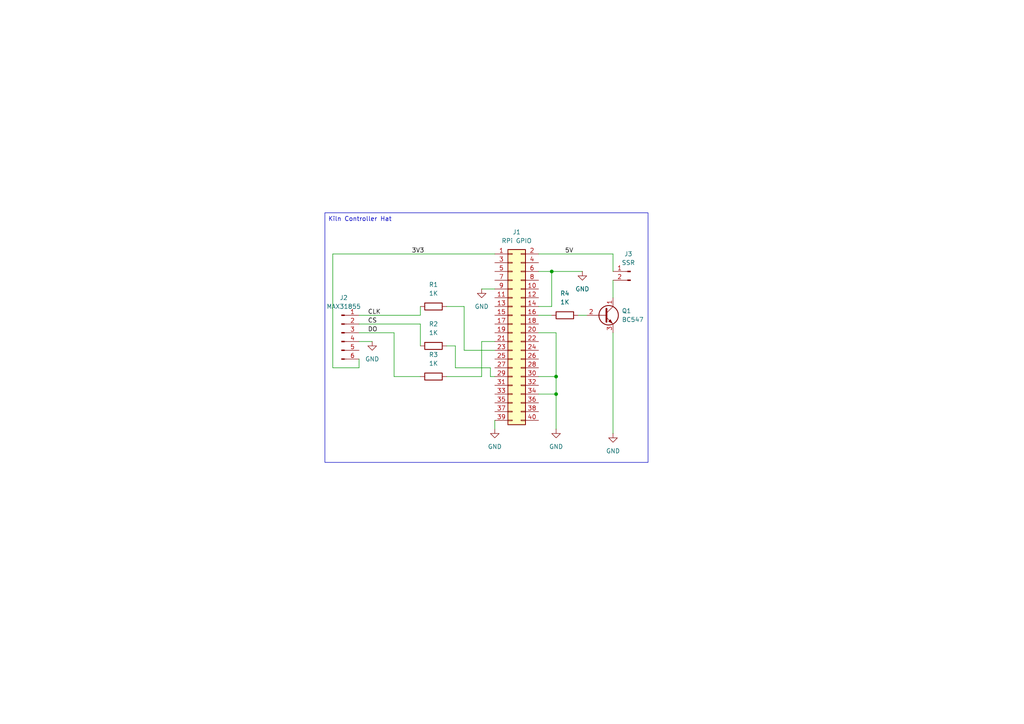
<source format=kicad_sch>
(kicad_sch
	(version 20250114)
	(generator "eeschema")
	(generator_version "9.0")
	(uuid "d0316038-6c99-497b-9207-bde8ab523578")
	(paper "A4")
	(title_block
		(title "Kiln Hat")
		(date "2025-11-22")
		(rev "1")
		(company "Jesse Calvert")
		(comment 1 "Hardware SPI")
	)
	(lib_symbols
		(symbol "Connector:Conn_01x02_Pin"
			(pin_names
				(offset 1.016)
				(hide yes)
			)
			(exclude_from_sim no)
			(in_bom yes)
			(on_board yes)
			(property "Reference" "J"
				(at 0 2.54 0)
				(effects
					(font
						(size 1.27 1.27)
					)
				)
			)
			(property "Value" "Conn_01x02_Pin"
				(at 0 -5.08 0)
				(effects
					(font
						(size 1.27 1.27)
					)
				)
			)
			(property "Footprint" ""
				(at 0 0 0)
				(effects
					(font
						(size 1.27 1.27)
					)
					(hide yes)
				)
			)
			(property "Datasheet" "~"
				(at 0 0 0)
				(effects
					(font
						(size 1.27 1.27)
					)
					(hide yes)
				)
			)
			(property "Description" "Generic connector, single row, 01x02, script generated"
				(at 0 0 0)
				(effects
					(font
						(size 1.27 1.27)
					)
					(hide yes)
				)
			)
			(property "ki_locked" ""
				(at 0 0 0)
				(effects
					(font
						(size 1.27 1.27)
					)
				)
			)
			(property "ki_keywords" "connector"
				(at 0 0 0)
				(effects
					(font
						(size 1.27 1.27)
					)
					(hide yes)
				)
			)
			(property "ki_fp_filters" "Connector*:*_1x??_*"
				(at 0 0 0)
				(effects
					(font
						(size 1.27 1.27)
					)
					(hide yes)
				)
			)
			(symbol "Conn_01x02_Pin_1_1"
				(rectangle
					(start 0.8636 0.127)
					(end 0 -0.127)
					(stroke
						(width 0.1524)
						(type default)
					)
					(fill
						(type outline)
					)
				)
				(rectangle
					(start 0.8636 -2.413)
					(end 0 -2.667)
					(stroke
						(width 0.1524)
						(type default)
					)
					(fill
						(type outline)
					)
				)
				(polyline
					(pts
						(xy 1.27 0) (xy 0.8636 0)
					)
					(stroke
						(width 0.1524)
						(type default)
					)
					(fill
						(type none)
					)
				)
				(polyline
					(pts
						(xy 1.27 -2.54) (xy 0.8636 -2.54)
					)
					(stroke
						(width 0.1524)
						(type default)
					)
					(fill
						(type none)
					)
				)
				(pin passive line
					(at 5.08 0 180)
					(length 3.81)
					(name "Pin_1"
						(effects
							(font
								(size 1.27 1.27)
							)
						)
					)
					(number "1"
						(effects
							(font
								(size 1.27 1.27)
							)
						)
					)
				)
				(pin passive line
					(at 5.08 -2.54 180)
					(length 3.81)
					(name "Pin_2"
						(effects
							(font
								(size 1.27 1.27)
							)
						)
					)
					(number "2"
						(effects
							(font
								(size 1.27 1.27)
							)
						)
					)
				)
			)
			(embedded_fonts no)
		)
		(symbol "Connector:Conn_01x06_Pin"
			(pin_names
				(offset 1.016)
				(hide yes)
			)
			(exclude_from_sim no)
			(in_bom yes)
			(on_board yes)
			(property "Reference" "J"
				(at 0 7.62 0)
				(effects
					(font
						(size 1.27 1.27)
					)
				)
			)
			(property "Value" "Conn_01x06_Pin"
				(at 0 -10.16 0)
				(effects
					(font
						(size 1.27 1.27)
					)
				)
			)
			(property "Footprint" ""
				(at 0 0 0)
				(effects
					(font
						(size 1.27 1.27)
					)
					(hide yes)
				)
			)
			(property "Datasheet" "~"
				(at 0 0 0)
				(effects
					(font
						(size 1.27 1.27)
					)
					(hide yes)
				)
			)
			(property "Description" "Generic connector, single row, 01x06, script generated"
				(at 0 0 0)
				(effects
					(font
						(size 1.27 1.27)
					)
					(hide yes)
				)
			)
			(property "ki_locked" ""
				(at 0 0 0)
				(effects
					(font
						(size 1.27 1.27)
					)
				)
			)
			(property "ki_keywords" "connector"
				(at 0 0 0)
				(effects
					(font
						(size 1.27 1.27)
					)
					(hide yes)
				)
			)
			(property "ki_fp_filters" "Connector*:*_1x??_*"
				(at 0 0 0)
				(effects
					(font
						(size 1.27 1.27)
					)
					(hide yes)
				)
			)
			(symbol "Conn_01x06_Pin_1_1"
				(rectangle
					(start 0.8636 5.207)
					(end 0 4.953)
					(stroke
						(width 0.1524)
						(type default)
					)
					(fill
						(type outline)
					)
				)
				(rectangle
					(start 0.8636 2.667)
					(end 0 2.413)
					(stroke
						(width 0.1524)
						(type default)
					)
					(fill
						(type outline)
					)
				)
				(rectangle
					(start 0.8636 0.127)
					(end 0 -0.127)
					(stroke
						(width 0.1524)
						(type default)
					)
					(fill
						(type outline)
					)
				)
				(rectangle
					(start 0.8636 -2.413)
					(end 0 -2.667)
					(stroke
						(width 0.1524)
						(type default)
					)
					(fill
						(type outline)
					)
				)
				(rectangle
					(start 0.8636 -4.953)
					(end 0 -5.207)
					(stroke
						(width 0.1524)
						(type default)
					)
					(fill
						(type outline)
					)
				)
				(rectangle
					(start 0.8636 -7.493)
					(end 0 -7.747)
					(stroke
						(width 0.1524)
						(type default)
					)
					(fill
						(type outline)
					)
				)
				(polyline
					(pts
						(xy 1.27 5.08) (xy 0.8636 5.08)
					)
					(stroke
						(width 0.1524)
						(type default)
					)
					(fill
						(type none)
					)
				)
				(polyline
					(pts
						(xy 1.27 2.54) (xy 0.8636 2.54)
					)
					(stroke
						(width 0.1524)
						(type default)
					)
					(fill
						(type none)
					)
				)
				(polyline
					(pts
						(xy 1.27 0) (xy 0.8636 0)
					)
					(stroke
						(width 0.1524)
						(type default)
					)
					(fill
						(type none)
					)
				)
				(polyline
					(pts
						(xy 1.27 -2.54) (xy 0.8636 -2.54)
					)
					(stroke
						(width 0.1524)
						(type default)
					)
					(fill
						(type none)
					)
				)
				(polyline
					(pts
						(xy 1.27 -5.08) (xy 0.8636 -5.08)
					)
					(stroke
						(width 0.1524)
						(type default)
					)
					(fill
						(type none)
					)
				)
				(polyline
					(pts
						(xy 1.27 -7.62) (xy 0.8636 -7.62)
					)
					(stroke
						(width 0.1524)
						(type default)
					)
					(fill
						(type none)
					)
				)
				(pin passive line
					(at 5.08 5.08 180)
					(length 3.81)
					(name "Pin_1"
						(effects
							(font
								(size 1.27 1.27)
							)
						)
					)
					(number "1"
						(effects
							(font
								(size 1.27 1.27)
							)
						)
					)
				)
				(pin passive line
					(at 5.08 2.54 180)
					(length 3.81)
					(name "Pin_2"
						(effects
							(font
								(size 1.27 1.27)
							)
						)
					)
					(number "2"
						(effects
							(font
								(size 1.27 1.27)
							)
						)
					)
				)
				(pin passive line
					(at 5.08 0 180)
					(length 3.81)
					(name "Pin_3"
						(effects
							(font
								(size 1.27 1.27)
							)
						)
					)
					(number "3"
						(effects
							(font
								(size 1.27 1.27)
							)
						)
					)
				)
				(pin passive line
					(at 5.08 -2.54 180)
					(length 3.81)
					(name "Pin_4"
						(effects
							(font
								(size 1.27 1.27)
							)
						)
					)
					(number "4"
						(effects
							(font
								(size 1.27 1.27)
							)
						)
					)
				)
				(pin passive line
					(at 5.08 -5.08 180)
					(length 3.81)
					(name "Pin_5"
						(effects
							(font
								(size 1.27 1.27)
							)
						)
					)
					(number "5"
						(effects
							(font
								(size 1.27 1.27)
							)
						)
					)
				)
				(pin passive line
					(at 5.08 -7.62 180)
					(length 3.81)
					(name "Pin_6"
						(effects
							(font
								(size 1.27 1.27)
							)
						)
					)
					(number "6"
						(effects
							(font
								(size 1.27 1.27)
							)
						)
					)
				)
			)
			(embedded_fonts no)
		)
		(symbol "Connector_Generic:Conn_02x20_Odd_Even"
			(pin_names
				(offset 1.016)
				(hide yes)
			)
			(exclude_from_sim no)
			(in_bom yes)
			(on_board yes)
			(property "Reference" "J"
				(at 1.27 25.4 0)
				(effects
					(font
						(size 1.27 1.27)
					)
				)
			)
			(property "Value" "Conn_02x20_Odd_Even"
				(at 1.27 -27.94 0)
				(effects
					(font
						(size 1.27 1.27)
					)
				)
			)
			(property "Footprint" ""
				(at 0 0 0)
				(effects
					(font
						(size 1.27 1.27)
					)
					(hide yes)
				)
			)
			(property "Datasheet" "~"
				(at 0 0 0)
				(effects
					(font
						(size 1.27 1.27)
					)
					(hide yes)
				)
			)
			(property "Description" "Generic connector, double row, 02x20, odd/even pin numbering scheme (row 1 odd numbers, row 2 even numbers), script generated (kicad-library-utils/schlib/autogen/connector/)"
				(at 0 0 0)
				(effects
					(font
						(size 1.27 1.27)
					)
					(hide yes)
				)
			)
			(property "ki_keywords" "connector"
				(at 0 0 0)
				(effects
					(font
						(size 1.27 1.27)
					)
					(hide yes)
				)
			)
			(property "ki_fp_filters" "Connector*:*_2x??_*"
				(at 0 0 0)
				(effects
					(font
						(size 1.27 1.27)
					)
					(hide yes)
				)
			)
			(symbol "Conn_02x20_Odd_Even_1_1"
				(rectangle
					(start -1.27 24.13)
					(end 3.81 -26.67)
					(stroke
						(width 0.254)
						(type default)
					)
					(fill
						(type background)
					)
				)
				(rectangle
					(start -1.27 22.987)
					(end 0 22.733)
					(stroke
						(width 0.1524)
						(type default)
					)
					(fill
						(type none)
					)
				)
				(rectangle
					(start -1.27 20.447)
					(end 0 20.193)
					(stroke
						(width 0.1524)
						(type default)
					)
					(fill
						(type none)
					)
				)
				(rectangle
					(start -1.27 17.907)
					(end 0 17.653)
					(stroke
						(width 0.1524)
						(type default)
					)
					(fill
						(type none)
					)
				)
				(rectangle
					(start -1.27 15.367)
					(end 0 15.113)
					(stroke
						(width 0.1524)
						(type default)
					)
					(fill
						(type none)
					)
				)
				(rectangle
					(start -1.27 12.827)
					(end 0 12.573)
					(stroke
						(width 0.1524)
						(type default)
					)
					(fill
						(type none)
					)
				)
				(rectangle
					(start -1.27 10.287)
					(end 0 10.033)
					(stroke
						(width 0.1524)
						(type default)
					)
					(fill
						(type none)
					)
				)
				(rectangle
					(start -1.27 7.747)
					(end 0 7.493)
					(stroke
						(width 0.1524)
						(type default)
					)
					(fill
						(type none)
					)
				)
				(rectangle
					(start -1.27 5.207)
					(end 0 4.953)
					(stroke
						(width 0.1524)
						(type default)
					)
					(fill
						(type none)
					)
				)
				(rectangle
					(start -1.27 2.667)
					(end 0 2.413)
					(stroke
						(width 0.1524)
						(type default)
					)
					(fill
						(type none)
					)
				)
				(rectangle
					(start -1.27 0.127)
					(end 0 -0.127)
					(stroke
						(width 0.1524)
						(type default)
					)
					(fill
						(type none)
					)
				)
				(rectangle
					(start -1.27 -2.413)
					(end 0 -2.667)
					(stroke
						(width 0.1524)
						(type default)
					)
					(fill
						(type none)
					)
				)
				(rectangle
					(start -1.27 -4.953)
					(end 0 -5.207)
					(stroke
						(width 0.1524)
						(type default)
					)
					(fill
						(type none)
					)
				)
				(rectangle
					(start -1.27 -7.493)
					(end 0 -7.747)
					(stroke
						(width 0.1524)
						(type default)
					)
					(fill
						(type none)
					)
				)
				(rectangle
					(start -1.27 -10.033)
					(end 0 -10.287)
					(stroke
						(width 0.1524)
						(type default)
					)
					(fill
						(type none)
					)
				)
				(rectangle
					(start -1.27 -12.573)
					(end 0 -12.827)
					(stroke
						(width 0.1524)
						(type default)
					)
					(fill
						(type none)
					)
				)
				(rectangle
					(start -1.27 -15.113)
					(end 0 -15.367)
					(stroke
						(width 0.1524)
						(type default)
					)
					(fill
						(type none)
					)
				)
				(rectangle
					(start -1.27 -17.653)
					(end 0 -17.907)
					(stroke
						(width 0.1524)
						(type default)
					)
					(fill
						(type none)
					)
				)
				(rectangle
					(start -1.27 -20.193)
					(end 0 -20.447)
					(stroke
						(width 0.1524)
						(type default)
					)
					(fill
						(type none)
					)
				)
				(rectangle
					(start -1.27 -22.733)
					(end 0 -22.987)
					(stroke
						(width 0.1524)
						(type default)
					)
					(fill
						(type none)
					)
				)
				(rectangle
					(start -1.27 -25.273)
					(end 0 -25.527)
					(stroke
						(width 0.1524)
						(type default)
					)
					(fill
						(type none)
					)
				)
				(rectangle
					(start 3.81 22.987)
					(end 2.54 22.733)
					(stroke
						(width 0.1524)
						(type default)
					)
					(fill
						(type none)
					)
				)
				(rectangle
					(start 3.81 20.447)
					(end 2.54 20.193)
					(stroke
						(width 0.1524)
						(type default)
					)
					(fill
						(type none)
					)
				)
				(rectangle
					(start 3.81 17.907)
					(end 2.54 17.653)
					(stroke
						(width 0.1524)
						(type default)
					)
					(fill
						(type none)
					)
				)
				(rectangle
					(start 3.81 15.367)
					(end 2.54 15.113)
					(stroke
						(width 0.1524)
						(type default)
					)
					(fill
						(type none)
					)
				)
				(rectangle
					(start 3.81 12.827)
					(end 2.54 12.573)
					(stroke
						(width 0.1524)
						(type default)
					)
					(fill
						(type none)
					)
				)
				(rectangle
					(start 3.81 10.287)
					(end 2.54 10.033)
					(stroke
						(width 0.1524)
						(type default)
					)
					(fill
						(type none)
					)
				)
				(rectangle
					(start 3.81 7.747)
					(end 2.54 7.493)
					(stroke
						(width 0.1524)
						(type default)
					)
					(fill
						(type none)
					)
				)
				(rectangle
					(start 3.81 5.207)
					(end 2.54 4.953)
					(stroke
						(width 0.1524)
						(type default)
					)
					(fill
						(type none)
					)
				)
				(rectangle
					(start 3.81 2.667)
					(end 2.54 2.413)
					(stroke
						(width 0.1524)
						(type default)
					)
					(fill
						(type none)
					)
				)
				(rectangle
					(start 3.81 0.127)
					(end 2.54 -0.127)
					(stroke
						(width 0.1524)
						(type default)
					)
					(fill
						(type none)
					)
				)
				(rectangle
					(start 3.81 -2.413)
					(end 2.54 -2.667)
					(stroke
						(width 0.1524)
						(type default)
					)
					(fill
						(type none)
					)
				)
				(rectangle
					(start 3.81 -4.953)
					(end 2.54 -5.207)
					(stroke
						(width 0.1524)
						(type default)
					)
					(fill
						(type none)
					)
				)
				(rectangle
					(start 3.81 -7.493)
					(end 2.54 -7.747)
					(stroke
						(width 0.1524)
						(type default)
					)
					(fill
						(type none)
					)
				)
				(rectangle
					(start 3.81 -10.033)
					(end 2.54 -10.287)
					(stroke
						(width 0.1524)
						(type default)
					)
					(fill
						(type none)
					)
				)
				(rectangle
					(start 3.81 -12.573)
					(end 2.54 -12.827)
					(stroke
						(width 0.1524)
						(type default)
					)
					(fill
						(type none)
					)
				)
				(rectangle
					(start 3.81 -15.113)
					(end 2.54 -15.367)
					(stroke
						(width 0.1524)
						(type default)
					)
					(fill
						(type none)
					)
				)
				(rectangle
					(start 3.81 -17.653)
					(end 2.54 -17.907)
					(stroke
						(width 0.1524)
						(type default)
					)
					(fill
						(type none)
					)
				)
				(rectangle
					(start 3.81 -20.193)
					(end 2.54 -20.447)
					(stroke
						(width 0.1524)
						(type default)
					)
					(fill
						(type none)
					)
				)
				(rectangle
					(start 3.81 -22.733)
					(end 2.54 -22.987)
					(stroke
						(width 0.1524)
						(type default)
					)
					(fill
						(type none)
					)
				)
				(rectangle
					(start 3.81 -25.273)
					(end 2.54 -25.527)
					(stroke
						(width 0.1524)
						(type default)
					)
					(fill
						(type none)
					)
				)
				(pin passive line
					(at -5.08 22.86 0)
					(length 3.81)
					(name "Pin_1"
						(effects
							(font
								(size 1.27 1.27)
							)
						)
					)
					(number "1"
						(effects
							(font
								(size 1.27 1.27)
							)
						)
					)
				)
				(pin passive line
					(at -5.08 20.32 0)
					(length 3.81)
					(name "Pin_3"
						(effects
							(font
								(size 1.27 1.27)
							)
						)
					)
					(number "3"
						(effects
							(font
								(size 1.27 1.27)
							)
						)
					)
				)
				(pin passive line
					(at -5.08 17.78 0)
					(length 3.81)
					(name "Pin_5"
						(effects
							(font
								(size 1.27 1.27)
							)
						)
					)
					(number "5"
						(effects
							(font
								(size 1.27 1.27)
							)
						)
					)
				)
				(pin passive line
					(at -5.08 15.24 0)
					(length 3.81)
					(name "Pin_7"
						(effects
							(font
								(size 1.27 1.27)
							)
						)
					)
					(number "7"
						(effects
							(font
								(size 1.27 1.27)
							)
						)
					)
				)
				(pin passive line
					(at -5.08 12.7 0)
					(length 3.81)
					(name "Pin_9"
						(effects
							(font
								(size 1.27 1.27)
							)
						)
					)
					(number "9"
						(effects
							(font
								(size 1.27 1.27)
							)
						)
					)
				)
				(pin passive line
					(at -5.08 10.16 0)
					(length 3.81)
					(name "Pin_11"
						(effects
							(font
								(size 1.27 1.27)
							)
						)
					)
					(number "11"
						(effects
							(font
								(size 1.27 1.27)
							)
						)
					)
				)
				(pin passive line
					(at -5.08 7.62 0)
					(length 3.81)
					(name "Pin_13"
						(effects
							(font
								(size 1.27 1.27)
							)
						)
					)
					(number "13"
						(effects
							(font
								(size 1.27 1.27)
							)
						)
					)
				)
				(pin passive line
					(at -5.08 5.08 0)
					(length 3.81)
					(name "Pin_15"
						(effects
							(font
								(size 1.27 1.27)
							)
						)
					)
					(number "15"
						(effects
							(font
								(size 1.27 1.27)
							)
						)
					)
				)
				(pin passive line
					(at -5.08 2.54 0)
					(length 3.81)
					(name "Pin_17"
						(effects
							(font
								(size 1.27 1.27)
							)
						)
					)
					(number "17"
						(effects
							(font
								(size 1.27 1.27)
							)
						)
					)
				)
				(pin passive line
					(at -5.08 0 0)
					(length 3.81)
					(name "Pin_19"
						(effects
							(font
								(size 1.27 1.27)
							)
						)
					)
					(number "19"
						(effects
							(font
								(size 1.27 1.27)
							)
						)
					)
				)
				(pin passive line
					(at -5.08 -2.54 0)
					(length 3.81)
					(name "Pin_21"
						(effects
							(font
								(size 1.27 1.27)
							)
						)
					)
					(number "21"
						(effects
							(font
								(size 1.27 1.27)
							)
						)
					)
				)
				(pin passive line
					(at -5.08 -5.08 0)
					(length 3.81)
					(name "Pin_23"
						(effects
							(font
								(size 1.27 1.27)
							)
						)
					)
					(number "23"
						(effects
							(font
								(size 1.27 1.27)
							)
						)
					)
				)
				(pin passive line
					(at -5.08 -7.62 0)
					(length 3.81)
					(name "Pin_25"
						(effects
							(font
								(size 1.27 1.27)
							)
						)
					)
					(number "25"
						(effects
							(font
								(size 1.27 1.27)
							)
						)
					)
				)
				(pin passive line
					(at -5.08 -10.16 0)
					(length 3.81)
					(name "Pin_27"
						(effects
							(font
								(size 1.27 1.27)
							)
						)
					)
					(number "27"
						(effects
							(font
								(size 1.27 1.27)
							)
						)
					)
				)
				(pin passive line
					(at -5.08 -12.7 0)
					(length 3.81)
					(name "Pin_29"
						(effects
							(font
								(size 1.27 1.27)
							)
						)
					)
					(number "29"
						(effects
							(font
								(size 1.27 1.27)
							)
						)
					)
				)
				(pin passive line
					(at -5.08 -15.24 0)
					(length 3.81)
					(name "Pin_31"
						(effects
							(font
								(size 1.27 1.27)
							)
						)
					)
					(number "31"
						(effects
							(font
								(size 1.27 1.27)
							)
						)
					)
				)
				(pin passive line
					(at -5.08 -17.78 0)
					(length 3.81)
					(name "Pin_33"
						(effects
							(font
								(size 1.27 1.27)
							)
						)
					)
					(number "33"
						(effects
							(font
								(size 1.27 1.27)
							)
						)
					)
				)
				(pin passive line
					(at -5.08 -20.32 0)
					(length 3.81)
					(name "Pin_35"
						(effects
							(font
								(size 1.27 1.27)
							)
						)
					)
					(number "35"
						(effects
							(font
								(size 1.27 1.27)
							)
						)
					)
				)
				(pin passive line
					(at -5.08 -22.86 0)
					(length 3.81)
					(name "Pin_37"
						(effects
							(font
								(size 1.27 1.27)
							)
						)
					)
					(number "37"
						(effects
							(font
								(size 1.27 1.27)
							)
						)
					)
				)
				(pin passive line
					(at -5.08 -25.4 0)
					(length 3.81)
					(name "Pin_39"
						(effects
							(font
								(size 1.27 1.27)
							)
						)
					)
					(number "39"
						(effects
							(font
								(size 1.27 1.27)
							)
						)
					)
				)
				(pin passive line
					(at 7.62 22.86 180)
					(length 3.81)
					(name "Pin_2"
						(effects
							(font
								(size 1.27 1.27)
							)
						)
					)
					(number "2"
						(effects
							(font
								(size 1.27 1.27)
							)
						)
					)
				)
				(pin passive line
					(at 7.62 20.32 180)
					(length 3.81)
					(name "Pin_4"
						(effects
							(font
								(size 1.27 1.27)
							)
						)
					)
					(number "4"
						(effects
							(font
								(size 1.27 1.27)
							)
						)
					)
				)
				(pin passive line
					(at 7.62 17.78 180)
					(length 3.81)
					(name "Pin_6"
						(effects
							(font
								(size 1.27 1.27)
							)
						)
					)
					(number "6"
						(effects
							(font
								(size 1.27 1.27)
							)
						)
					)
				)
				(pin passive line
					(at 7.62 15.24 180)
					(length 3.81)
					(name "Pin_8"
						(effects
							(font
								(size 1.27 1.27)
							)
						)
					)
					(number "8"
						(effects
							(font
								(size 1.27 1.27)
							)
						)
					)
				)
				(pin passive line
					(at 7.62 12.7 180)
					(length 3.81)
					(name "Pin_10"
						(effects
							(font
								(size 1.27 1.27)
							)
						)
					)
					(number "10"
						(effects
							(font
								(size 1.27 1.27)
							)
						)
					)
				)
				(pin passive line
					(at 7.62 10.16 180)
					(length 3.81)
					(name "Pin_12"
						(effects
							(font
								(size 1.27 1.27)
							)
						)
					)
					(number "12"
						(effects
							(font
								(size 1.27 1.27)
							)
						)
					)
				)
				(pin passive line
					(at 7.62 7.62 180)
					(length 3.81)
					(name "Pin_14"
						(effects
							(font
								(size 1.27 1.27)
							)
						)
					)
					(number "14"
						(effects
							(font
								(size 1.27 1.27)
							)
						)
					)
				)
				(pin passive line
					(at 7.62 5.08 180)
					(length 3.81)
					(name "Pin_16"
						(effects
							(font
								(size 1.27 1.27)
							)
						)
					)
					(number "16"
						(effects
							(font
								(size 1.27 1.27)
							)
						)
					)
				)
				(pin passive line
					(at 7.62 2.54 180)
					(length 3.81)
					(name "Pin_18"
						(effects
							(font
								(size 1.27 1.27)
							)
						)
					)
					(number "18"
						(effects
							(font
								(size 1.27 1.27)
							)
						)
					)
				)
				(pin passive line
					(at 7.62 0 180)
					(length 3.81)
					(name "Pin_20"
						(effects
							(font
								(size 1.27 1.27)
							)
						)
					)
					(number "20"
						(effects
							(font
								(size 1.27 1.27)
							)
						)
					)
				)
				(pin passive line
					(at 7.62 -2.54 180)
					(length 3.81)
					(name "Pin_22"
						(effects
							(font
								(size 1.27 1.27)
							)
						)
					)
					(number "22"
						(effects
							(font
								(size 1.27 1.27)
							)
						)
					)
				)
				(pin passive line
					(at 7.62 -5.08 180)
					(length 3.81)
					(name "Pin_24"
						(effects
							(font
								(size 1.27 1.27)
							)
						)
					)
					(number "24"
						(effects
							(font
								(size 1.27 1.27)
							)
						)
					)
				)
				(pin passive line
					(at 7.62 -7.62 180)
					(length 3.81)
					(name "Pin_26"
						(effects
							(font
								(size 1.27 1.27)
							)
						)
					)
					(number "26"
						(effects
							(font
								(size 1.27 1.27)
							)
						)
					)
				)
				(pin passive line
					(at 7.62 -10.16 180)
					(length 3.81)
					(name "Pin_28"
						(effects
							(font
								(size 1.27 1.27)
							)
						)
					)
					(number "28"
						(effects
							(font
								(size 1.27 1.27)
							)
						)
					)
				)
				(pin passive line
					(at 7.62 -12.7 180)
					(length 3.81)
					(name "Pin_30"
						(effects
							(font
								(size 1.27 1.27)
							)
						)
					)
					(number "30"
						(effects
							(font
								(size 1.27 1.27)
							)
						)
					)
				)
				(pin passive line
					(at 7.62 -15.24 180)
					(length 3.81)
					(name "Pin_32"
						(effects
							(font
								(size 1.27 1.27)
							)
						)
					)
					(number "32"
						(effects
							(font
								(size 1.27 1.27)
							)
						)
					)
				)
				(pin passive line
					(at 7.62 -17.78 180)
					(length 3.81)
					(name "Pin_34"
						(effects
							(font
								(size 1.27 1.27)
							)
						)
					)
					(number "34"
						(effects
							(font
								(size 1.27 1.27)
							)
						)
					)
				)
				(pin passive line
					(at 7.62 -20.32 180)
					(length 3.81)
					(name "Pin_36"
						(effects
							(font
								(size 1.27 1.27)
							)
						)
					)
					(number "36"
						(effects
							(font
								(size 1.27 1.27)
							)
						)
					)
				)
				(pin passive line
					(at 7.62 -22.86 180)
					(length 3.81)
					(name "Pin_38"
						(effects
							(font
								(size 1.27 1.27)
							)
						)
					)
					(number "38"
						(effects
							(font
								(size 1.27 1.27)
							)
						)
					)
				)
				(pin passive line
					(at 7.62 -25.4 180)
					(length 3.81)
					(name "Pin_40"
						(effects
							(font
								(size 1.27 1.27)
							)
						)
					)
					(number "40"
						(effects
							(font
								(size 1.27 1.27)
							)
						)
					)
				)
			)
			(embedded_fonts no)
		)
		(symbol "Device:R"
			(pin_numbers
				(hide yes)
			)
			(pin_names
				(offset 0)
			)
			(exclude_from_sim no)
			(in_bom yes)
			(on_board yes)
			(property "Reference" "R"
				(at 2.032 0 90)
				(effects
					(font
						(size 1.27 1.27)
					)
				)
			)
			(property "Value" "R"
				(at 0 0 90)
				(effects
					(font
						(size 1.27 1.27)
					)
				)
			)
			(property "Footprint" ""
				(at -1.778 0 90)
				(effects
					(font
						(size 1.27 1.27)
					)
					(hide yes)
				)
			)
			(property "Datasheet" "~"
				(at 0 0 0)
				(effects
					(font
						(size 1.27 1.27)
					)
					(hide yes)
				)
			)
			(property "Description" "Resistor"
				(at 0 0 0)
				(effects
					(font
						(size 1.27 1.27)
					)
					(hide yes)
				)
			)
			(property "ki_keywords" "R res resistor"
				(at 0 0 0)
				(effects
					(font
						(size 1.27 1.27)
					)
					(hide yes)
				)
			)
			(property "ki_fp_filters" "R_*"
				(at 0 0 0)
				(effects
					(font
						(size 1.27 1.27)
					)
					(hide yes)
				)
			)
			(symbol "R_0_1"
				(rectangle
					(start -1.016 -2.54)
					(end 1.016 2.54)
					(stroke
						(width 0.254)
						(type default)
					)
					(fill
						(type none)
					)
				)
			)
			(symbol "R_1_1"
				(pin passive line
					(at 0 3.81 270)
					(length 1.27)
					(name "~"
						(effects
							(font
								(size 1.27 1.27)
							)
						)
					)
					(number "1"
						(effects
							(font
								(size 1.27 1.27)
							)
						)
					)
				)
				(pin passive line
					(at 0 -3.81 90)
					(length 1.27)
					(name "~"
						(effects
							(font
								(size 1.27 1.27)
							)
						)
					)
					(number "2"
						(effects
							(font
								(size 1.27 1.27)
							)
						)
					)
				)
			)
			(embedded_fonts no)
		)
		(symbol "Transistor_BJT:BC547"
			(pin_names
				(offset 0)
				(hide yes)
			)
			(exclude_from_sim no)
			(in_bom yes)
			(on_board yes)
			(property "Reference" "Q"
				(at 5.08 1.905 0)
				(effects
					(font
						(size 1.27 1.27)
					)
					(justify left)
				)
			)
			(property "Value" "BC547"
				(at 5.08 0 0)
				(effects
					(font
						(size 1.27 1.27)
					)
					(justify left)
				)
			)
			(property "Footprint" "Package_TO_SOT_THT:TO-92_Inline"
				(at 5.08 -1.905 0)
				(effects
					(font
						(size 1.27 1.27)
						(italic yes)
					)
					(justify left)
					(hide yes)
				)
			)
			(property "Datasheet" "https://www.onsemi.com/pub/Collateral/BC550-D.pdf"
				(at 0 0 0)
				(effects
					(font
						(size 1.27 1.27)
					)
					(justify left)
					(hide yes)
				)
			)
			(property "Description" "0.1A Ic, 45V Vce, Small Signal NPN Transistor, TO-92"
				(at 0 0 0)
				(effects
					(font
						(size 1.27 1.27)
					)
					(hide yes)
				)
			)
			(property "ki_keywords" "NPN Transistor"
				(at 0 0 0)
				(effects
					(font
						(size 1.27 1.27)
					)
					(hide yes)
				)
			)
			(property "ki_fp_filters" "TO?92*"
				(at 0 0 0)
				(effects
					(font
						(size 1.27 1.27)
					)
					(hide yes)
				)
			)
			(symbol "BC547_0_1"
				(polyline
					(pts
						(xy -2.54 0) (xy 0.635 0)
					)
					(stroke
						(width 0)
						(type default)
					)
					(fill
						(type none)
					)
				)
				(polyline
					(pts
						(xy 0.635 1.905) (xy 0.635 -1.905)
					)
					(stroke
						(width 0.508)
						(type default)
					)
					(fill
						(type none)
					)
				)
				(circle
					(center 1.27 0)
					(radius 2.8194)
					(stroke
						(width 0.254)
						(type default)
					)
					(fill
						(type none)
					)
				)
			)
			(symbol "BC547_1_1"
				(polyline
					(pts
						(xy 0.635 0.635) (xy 2.54 2.54)
					)
					(stroke
						(width 0)
						(type default)
					)
					(fill
						(type none)
					)
				)
				(polyline
					(pts
						(xy 0.635 -0.635) (xy 2.54 -2.54)
					)
					(stroke
						(width 0)
						(type default)
					)
					(fill
						(type none)
					)
				)
				(polyline
					(pts
						(xy 1.27 -1.778) (xy 1.778 -1.27) (xy 2.286 -2.286) (xy 1.27 -1.778)
					)
					(stroke
						(width 0)
						(type default)
					)
					(fill
						(type outline)
					)
				)
				(pin input line
					(at -5.08 0 0)
					(length 2.54)
					(name "B"
						(effects
							(font
								(size 1.27 1.27)
							)
						)
					)
					(number "2"
						(effects
							(font
								(size 1.27 1.27)
							)
						)
					)
				)
				(pin passive line
					(at 2.54 5.08 270)
					(length 2.54)
					(name "C"
						(effects
							(font
								(size 1.27 1.27)
							)
						)
					)
					(number "1"
						(effects
							(font
								(size 1.27 1.27)
							)
						)
					)
				)
				(pin passive line
					(at 2.54 -5.08 90)
					(length 2.54)
					(name "E"
						(effects
							(font
								(size 1.27 1.27)
							)
						)
					)
					(number "3"
						(effects
							(font
								(size 1.27 1.27)
							)
						)
					)
				)
			)
			(embedded_fonts no)
		)
		(symbol "power:GND"
			(power)
			(pin_numbers
				(hide yes)
			)
			(pin_names
				(offset 0)
				(hide yes)
			)
			(exclude_from_sim no)
			(in_bom yes)
			(on_board yes)
			(property "Reference" "#PWR"
				(at 0 -6.35 0)
				(effects
					(font
						(size 1.27 1.27)
					)
					(hide yes)
				)
			)
			(property "Value" "GND"
				(at 0 -3.81 0)
				(effects
					(font
						(size 1.27 1.27)
					)
				)
			)
			(property "Footprint" ""
				(at 0 0 0)
				(effects
					(font
						(size 1.27 1.27)
					)
					(hide yes)
				)
			)
			(property "Datasheet" ""
				(at 0 0 0)
				(effects
					(font
						(size 1.27 1.27)
					)
					(hide yes)
				)
			)
			(property "Description" "Power symbol creates a global label with name \"GND\" , ground"
				(at 0 0 0)
				(effects
					(font
						(size 1.27 1.27)
					)
					(hide yes)
				)
			)
			(property "ki_keywords" "global power"
				(at 0 0 0)
				(effects
					(font
						(size 1.27 1.27)
					)
					(hide yes)
				)
			)
			(symbol "GND_0_1"
				(polyline
					(pts
						(xy 0 0) (xy 0 -1.27) (xy 1.27 -1.27) (xy 0 -2.54) (xy -1.27 -1.27) (xy 0 -1.27)
					)
					(stroke
						(width 0)
						(type default)
					)
					(fill
						(type none)
					)
				)
			)
			(symbol "GND_1_1"
				(pin power_in line
					(at 0 0 270)
					(length 0)
					(name "~"
						(effects
							(font
								(size 1.27 1.27)
							)
						)
					)
					(number "1"
						(effects
							(font
								(size 1.27 1.27)
							)
						)
					)
				)
			)
			(embedded_fonts no)
		)
	)
	(text_box "Kiln Controller Hat"
		(exclude_from_sim no)
		(at 94.234 61.722 0)
		(size 93.726 72.39)
		(margins 0.9525 0.9525 0.9525 0.9525)
		(stroke
			(width 0)
			(type solid)
		)
		(fill
			(type none)
		)
		(effects
			(font
				(size 1.27 1.27)
			)
			(justify left top)
		)
		(uuid "761676d7-c2cc-472e-b0d0-5765630bfaf6")
	)
	(junction
		(at 161.29 109.22)
		(diameter 0)
		(color 0 0 0 0)
		(uuid "3abfecf0-c444-4785-8a14-9e0cba06408a")
	)
	(junction
		(at 160.02 78.74)
		(diameter 0)
		(color 0 0 0 0)
		(uuid "fb2fa064-474e-4aaf-afde-63977e707d3f")
	)
	(junction
		(at 161.29 114.3)
		(diameter 0)
		(color 0 0 0 0)
		(uuid "fee68a71-00b3-454d-bd16-54683ce75659")
	)
	(wire
		(pts
			(xy 132.08 100.33) (xy 132.08 106.68)
		)
		(stroke
			(width 0)
			(type default)
		)
		(uuid "08b487d9-6949-4f55-997f-7aab52925e08")
	)
	(wire
		(pts
			(xy 96.52 106.68) (xy 104.14 106.68)
		)
		(stroke
			(width 0)
			(type default)
		)
		(uuid "1a56dbfe-4e4d-49d9-b1b7-e784ee0ffff2")
	)
	(wire
		(pts
			(xy 160.02 78.74) (xy 168.91 78.74)
		)
		(stroke
			(width 0)
			(type default)
		)
		(uuid "246695f8-aecb-4b71-8237-13960520a680")
	)
	(wire
		(pts
			(xy 156.21 91.44) (xy 160.02 91.44)
		)
		(stroke
			(width 0)
			(type default)
		)
		(uuid "28019b7c-df40-4e24-8038-ccaec78517f8")
	)
	(wire
		(pts
			(xy 104.14 93.98) (xy 121.92 93.98)
		)
		(stroke
			(width 0)
			(type default)
		)
		(uuid "2a30185b-f056-4949-aa97-fb48bcadeb39")
	)
	(wire
		(pts
			(xy 139.7 83.82) (xy 143.51 83.82)
		)
		(stroke
			(width 0)
			(type default)
		)
		(uuid "2cb0c82f-5de8-4e15-bcff-d0946e0d35a0")
	)
	(wire
		(pts
			(xy 142.24 106.68) (xy 142.24 109.22)
		)
		(stroke
			(width 0)
			(type default)
		)
		(uuid "36ca3428-e57a-4402-a7cf-17e23673a3f6")
	)
	(wire
		(pts
			(xy 104.14 91.44) (xy 121.92 91.44)
		)
		(stroke
			(width 0)
			(type default)
		)
		(uuid "470797a0-0d5d-43f1-a2f2-6a899315f59a")
	)
	(wire
		(pts
			(xy 177.8 96.52) (xy 177.8 125.73)
		)
		(stroke
			(width 0)
			(type default)
		)
		(uuid "4893628c-d972-4d23-b2e1-0fd07d373d91")
	)
	(wire
		(pts
			(xy 121.92 93.98) (xy 121.92 100.33)
		)
		(stroke
			(width 0)
			(type default)
		)
		(uuid "4f2e9b86-9ecb-44c6-b038-dd7daef38fff")
	)
	(wire
		(pts
			(xy 132.08 106.68) (xy 142.24 106.68)
		)
		(stroke
			(width 0)
			(type default)
		)
		(uuid "5835b830-51a5-4ffc-81f2-9f4f957a4d5f")
	)
	(wire
		(pts
			(xy 104.14 96.52) (xy 114.3 96.52)
		)
		(stroke
			(width 0)
			(type default)
		)
		(uuid "599fea64-de63-42a1-a3f2-dd70982ecede")
	)
	(wire
		(pts
			(xy 129.54 88.9) (xy 134.62 88.9)
		)
		(stroke
			(width 0)
			(type default)
		)
		(uuid "616f0a76-9373-424a-b45d-a46f7583ce54")
	)
	(wire
		(pts
			(xy 177.8 81.28) (xy 177.8 86.36)
		)
		(stroke
			(width 0)
			(type default)
		)
		(uuid "6574ccae-d6fe-42fa-934d-a8ffaa9e78c1")
	)
	(wire
		(pts
			(xy 114.3 96.52) (xy 114.3 109.22)
		)
		(stroke
			(width 0)
			(type default)
		)
		(uuid "6846008c-54ff-4481-bb2f-2639d6eb260c")
	)
	(wire
		(pts
			(xy 134.62 101.6) (xy 143.51 101.6)
		)
		(stroke
			(width 0)
			(type default)
		)
		(uuid "691fb433-556d-4d41-a8db-8c3b0d6d336a")
	)
	(wire
		(pts
			(xy 142.24 109.22) (xy 143.51 109.22)
		)
		(stroke
			(width 0)
			(type default)
		)
		(uuid "6b0b2406-2626-4a0c-94eb-d9d53a25f0b5")
	)
	(wire
		(pts
			(xy 156.21 88.9) (xy 160.02 88.9)
		)
		(stroke
			(width 0)
			(type default)
		)
		(uuid "6cc4d1c0-4d11-4ef6-a5fd-bacb088c270f")
	)
	(wire
		(pts
			(xy 161.29 109.22) (xy 161.29 114.3)
		)
		(stroke
			(width 0)
			(type default)
		)
		(uuid "731dca6b-630b-4f61-a2e8-89d73c893872")
	)
	(wire
		(pts
			(xy 161.29 114.3) (xy 161.29 124.46)
		)
		(stroke
			(width 0)
			(type default)
		)
		(uuid "79e82729-f443-4c0a-8874-84748763e778")
	)
	(wire
		(pts
			(xy 156.21 109.22) (xy 161.29 109.22)
		)
		(stroke
			(width 0)
			(type default)
		)
		(uuid "830e3a69-1c59-4cc4-9e62-f3f7f58c4009")
	)
	(wire
		(pts
			(xy 156.21 78.74) (xy 160.02 78.74)
		)
		(stroke
			(width 0)
			(type default)
		)
		(uuid "84a78983-ebe4-487f-8e8c-b8b6305de9c2")
	)
	(wire
		(pts
			(xy 104.14 106.68) (xy 104.14 104.14)
		)
		(stroke
			(width 0)
			(type default)
		)
		(uuid "8d6e1407-4eb6-465d-8f16-57fc8e454dd8")
	)
	(wire
		(pts
			(xy 96.52 73.66) (xy 96.52 106.68)
		)
		(stroke
			(width 0)
			(type default)
		)
		(uuid "987fe84d-a1f9-47b0-b201-b06b928e19a2")
	)
	(wire
		(pts
			(xy 160.02 88.9) (xy 160.02 78.74)
		)
		(stroke
			(width 0)
			(type default)
		)
		(uuid "a1a00188-752c-4a8f-a2a3-95c4a7ab859f")
	)
	(wire
		(pts
			(xy 161.29 96.52) (xy 161.29 109.22)
		)
		(stroke
			(width 0)
			(type default)
		)
		(uuid "a63e56b9-3b2d-4dfa-aeec-2acf9b108ebd")
	)
	(wire
		(pts
			(xy 121.92 91.44) (xy 121.92 88.9)
		)
		(stroke
			(width 0)
			(type default)
		)
		(uuid "adeab9a7-a23e-4e95-b7e6-bbf8d7c26250")
	)
	(wire
		(pts
			(xy 114.3 109.22) (xy 121.92 109.22)
		)
		(stroke
			(width 0)
			(type default)
		)
		(uuid "afdd2e8b-16bf-4585-9255-5dd218f84497")
	)
	(wire
		(pts
			(xy 156.21 96.52) (xy 161.29 96.52)
		)
		(stroke
			(width 0)
			(type default)
		)
		(uuid "b7e36d0c-96ec-46c4-872f-562d84e1d55e")
	)
	(wire
		(pts
			(xy 167.64 91.44) (xy 170.18 91.44)
		)
		(stroke
			(width 0)
			(type default)
		)
		(uuid "c3ee7489-01df-4426-8815-4c64674d1b60")
	)
	(wire
		(pts
			(xy 134.62 88.9) (xy 134.62 101.6)
		)
		(stroke
			(width 0)
			(type default)
		)
		(uuid "c6e42733-f0da-4d19-8a3a-5e2ad79f3ec7")
	)
	(wire
		(pts
			(xy 104.14 99.06) (xy 107.95 99.06)
		)
		(stroke
			(width 0)
			(type default)
		)
		(uuid "cc9f33b4-2916-4347-b87d-ae831fffd677")
	)
	(wire
		(pts
			(xy 139.7 109.22) (xy 139.7 99.06)
		)
		(stroke
			(width 0)
			(type default)
		)
		(uuid "d76be831-2e52-4704-9652-64897ec09c9a")
	)
	(wire
		(pts
			(xy 139.7 99.06) (xy 143.51 99.06)
		)
		(stroke
			(width 0)
			(type default)
		)
		(uuid "d7907600-8044-4219-a3e6-ac69bceb59c6")
	)
	(wire
		(pts
			(xy 129.54 100.33) (xy 132.08 100.33)
		)
		(stroke
			(width 0)
			(type default)
		)
		(uuid "de6172c9-4cfd-4a0d-9ae5-4d355320593c")
	)
	(wire
		(pts
			(xy 96.52 73.66) (xy 143.51 73.66)
		)
		(stroke
			(width 0)
			(type default)
		)
		(uuid "e8c787da-8853-4477-b8b7-e4a4b5db61de")
	)
	(wire
		(pts
			(xy 143.51 121.92) (xy 143.51 124.46)
		)
		(stroke
			(width 0)
			(type default)
		)
		(uuid "ea8f40cb-a54e-4616-ad1f-e15d1468655c")
	)
	(wire
		(pts
			(xy 156.21 114.3) (xy 161.29 114.3)
		)
		(stroke
			(width 0)
			(type default)
		)
		(uuid "ebe0ef65-8127-4356-942b-57f5ccf0c1bc")
	)
	(wire
		(pts
			(xy 177.8 73.66) (xy 177.8 78.74)
		)
		(stroke
			(width 0)
			(type default)
		)
		(uuid "f0775b99-8b8d-45a1-87c7-b5a6bc61f3eb")
	)
	(wire
		(pts
			(xy 156.21 73.66) (xy 177.8 73.66)
		)
		(stroke
			(width 0)
			(type default)
		)
		(uuid "f57c78ff-7cd7-4e7e-96b7-db5c217314e3")
	)
	(wire
		(pts
			(xy 129.54 109.22) (xy 139.7 109.22)
		)
		(stroke
			(width 0)
			(type default)
		)
		(uuid "fccbc2db-3932-4349-918f-93bd02f17567")
	)
	(label "3V3"
		(at 119.38 73.66 0)
		(effects
			(font
				(size 1.27 1.27)
			)
			(justify left bottom)
		)
		(uuid "5b7a1686-5503-4adc-94fc-c16e136e4e2b")
	)
	(label "CS"
		(at 106.68 93.98 0)
		(effects
			(font
				(size 1.27 1.27)
			)
			(justify left bottom)
		)
		(uuid "5d1edeb8-a49f-47ce-aa9d-c77bcf81185e")
	)
	(label "5V"
		(at 163.83 73.66 0)
		(effects
			(font
				(size 1.27 1.27)
			)
			(justify left bottom)
		)
		(uuid "7ddfee0b-a810-4a49-bf15-474c629d5850")
	)
	(label "CLK"
		(at 106.68 91.44 0)
		(effects
			(font
				(size 1.27 1.27)
			)
			(justify left bottom)
		)
		(uuid "cd06e191-e549-43ea-8061-e38d789fc3bf")
	)
	(label "DO"
		(at 106.68 96.52 0)
		(effects
			(font
				(size 1.27 1.27)
			)
			(justify left bottom)
		)
		(uuid "ebe0ac42-5779-4d98-b5a3-4775068e7c23")
	)
	(symbol
		(lib_id "Device:R")
		(at 125.73 88.9 90)
		(unit 1)
		(exclude_from_sim no)
		(in_bom yes)
		(on_board yes)
		(dnp no)
		(fields_autoplaced yes)
		(uuid "0e96cd56-ff55-4e7a-88c0-ff1e586fadf0")
		(property "Reference" "R1"
			(at 125.73 82.55 90)
			(effects
				(font
					(size 1.27 1.27)
				)
			)
		)
		(property "Value" "1K"
			(at 125.73 85.09 90)
			(effects
				(font
					(size 1.27 1.27)
				)
			)
		)
		(property "Footprint" "Resistor_THT:R_Axial_DIN0309_L9.0mm_D3.2mm_P12.70mm_Horizontal"
			(at 125.73 90.678 90)
			(effects
				(font
					(size 1.27 1.27)
				)
				(hide yes)
			)
		)
		(property "Datasheet" "~"
			(at 125.73 88.9 0)
			(effects
				(font
					(size 1.27 1.27)
				)
				(hide yes)
			)
		)
		(property "Description" "Resistor"
			(at 125.73 88.9 0)
			(effects
				(font
					(size 1.27 1.27)
				)
				(hide yes)
			)
		)
		(pin "1"
			(uuid "b33079f5-a89e-4287-85e9-2c348020da71")
		)
		(pin "2"
			(uuid "842df263-c758-41ec-a821-1e88c41bdf32")
		)
		(instances
			(project ""
				(path "/d0316038-6c99-497b-9207-bde8ab523578"
					(reference "R1")
					(unit 1)
				)
			)
		)
	)
	(symbol
		(lib_id "power:GND")
		(at 161.29 124.46 0)
		(unit 1)
		(exclude_from_sim no)
		(in_bom yes)
		(on_board yes)
		(dnp no)
		(fields_autoplaced yes)
		(uuid "123170c1-04f7-4f96-80b9-0ea2de38b3b5")
		(property "Reference" "#PWR04"
			(at 161.29 130.81 0)
			(effects
				(font
					(size 1.27 1.27)
				)
				(hide yes)
			)
		)
		(property "Value" "GND"
			(at 161.29 129.54 0)
			(effects
				(font
					(size 1.27 1.27)
				)
			)
		)
		(property "Footprint" ""
			(at 161.29 124.46 0)
			(effects
				(font
					(size 1.27 1.27)
				)
				(hide yes)
			)
		)
		(property "Datasheet" ""
			(at 161.29 124.46 0)
			(effects
				(font
					(size 1.27 1.27)
				)
				(hide yes)
			)
		)
		(property "Description" "Power symbol creates a global label with name \"GND\" , ground"
			(at 161.29 124.46 0)
			(effects
				(font
					(size 1.27 1.27)
				)
				(hide yes)
			)
		)
		(pin "1"
			(uuid "b04dcbd2-cfef-415a-af8b-5bb2e712ecdd")
		)
		(instances
			(project ""
				(path "/d0316038-6c99-497b-9207-bde8ab523578"
					(reference "#PWR04")
					(unit 1)
				)
			)
		)
	)
	(symbol
		(lib_id "power:GND")
		(at 177.8 125.73 0)
		(unit 1)
		(exclude_from_sim no)
		(in_bom yes)
		(on_board yes)
		(dnp no)
		(fields_autoplaced yes)
		(uuid "2b8ec74a-a3ad-4630-b4b1-7b9f635da8fc")
		(property "Reference" "#PWR01"
			(at 177.8 132.08 0)
			(effects
				(font
					(size 1.27 1.27)
				)
				(hide yes)
			)
		)
		(property "Value" "GND"
			(at 177.8 130.81 0)
			(effects
				(font
					(size 1.27 1.27)
				)
			)
		)
		(property "Footprint" ""
			(at 177.8 125.73 0)
			(effects
				(font
					(size 1.27 1.27)
				)
				(hide yes)
			)
		)
		(property "Datasheet" ""
			(at 177.8 125.73 0)
			(effects
				(font
					(size 1.27 1.27)
				)
				(hide yes)
			)
		)
		(property "Description" "Power symbol creates a global label with name \"GND\" , ground"
			(at 177.8 125.73 0)
			(effects
				(font
					(size 1.27 1.27)
				)
				(hide yes)
			)
		)
		(pin "1"
			(uuid "d66a0c73-0c18-4ad4-9652-31983f6562c6")
		)
		(instances
			(project ""
				(path "/d0316038-6c99-497b-9207-bde8ab523578"
					(reference "#PWR01")
					(unit 1)
				)
			)
		)
	)
	(symbol
		(lib_id "Device:R")
		(at 125.73 100.33 90)
		(unit 1)
		(exclude_from_sim no)
		(in_bom yes)
		(on_board yes)
		(dnp no)
		(fields_autoplaced yes)
		(uuid "490c6cf2-13f9-4104-8474-c4a0562dff6d")
		(property "Reference" "R2"
			(at 125.73 93.98 90)
			(effects
				(font
					(size 1.27 1.27)
				)
			)
		)
		(property "Value" "1K"
			(at 125.73 96.52 90)
			(effects
				(font
					(size 1.27 1.27)
				)
			)
		)
		(property "Footprint" "Resistor_THT:R_Axial_DIN0309_L9.0mm_D3.2mm_P12.70mm_Horizontal"
			(at 125.73 102.108 90)
			(effects
				(font
					(size 1.27 1.27)
				)
				(hide yes)
			)
		)
		(property "Datasheet" "~"
			(at 125.73 100.33 0)
			(effects
				(font
					(size 1.27 1.27)
				)
				(hide yes)
			)
		)
		(property "Description" "Resistor"
			(at 125.73 100.33 0)
			(effects
				(font
					(size 1.27 1.27)
				)
				(hide yes)
			)
		)
		(pin "2"
			(uuid "fb8cc760-8dfb-4a1b-8f7b-cc8560d3825b")
		)
		(pin "1"
			(uuid "c16bb315-a3fb-4da3-9f71-1c48928d6587")
		)
		(instances
			(project ""
				(path "/d0316038-6c99-497b-9207-bde8ab523578"
					(reference "R2")
					(unit 1)
				)
			)
		)
	)
	(symbol
		(lib_id "Connector:Conn_01x06_Pin")
		(at 99.06 96.52 0)
		(unit 1)
		(exclude_from_sim no)
		(in_bom yes)
		(on_board yes)
		(dnp no)
		(fields_autoplaced yes)
		(uuid "50a5658e-e97c-4a4e-8939-18ba2d54b365")
		(property "Reference" "J2"
			(at 99.695 86.36 0)
			(effects
				(font
					(size 1.27 1.27)
				)
			)
		)
		(property "Value" "MAX31855"
			(at 99.695 88.9 0)
			(effects
				(font
					(size 1.27 1.27)
				)
			)
		)
		(property "Footprint" "Connector_PinSocket_2.54mm:PinSocket_1x06_P2.54mm_Vertical"
			(at 99.06 96.52 0)
			(effects
				(font
					(size 1.27 1.27)
				)
				(hide yes)
			)
		)
		(property "Datasheet" "~"
			(at 99.06 96.52 0)
			(effects
				(font
					(size 1.27 1.27)
				)
				(hide yes)
			)
		)
		(property "Description" "Generic connector, single row, 01x06, script generated"
			(at 99.06 96.52 0)
			(effects
				(font
					(size 1.27 1.27)
				)
				(hide yes)
			)
		)
		(pin "3"
			(uuid "48357a87-8166-43fb-9abf-e69a56960293")
		)
		(pin "1"
			(uuid "40fe1e85-ef0c-44c8-bd89-167857d03c06")
		)
		(pin "2"
			(uuid "5d02e676-0b55-4ef6-9077-d8fb46adbf65")
		)
		(pin "4"
			(uuid "a3f61f4c-d2db-4563-b3d8-6f608b56f709")
		)
		(pin "5"
			(uuid "2b5c365d-5fde-4e02-918d-3020933b27ed")
		)
		(pin "6"
			(uuid "ee0ca22b-9bcc-4cd4-bead-b6bcf2252676")
		)
		(instances
			(project ""
				(path "/d0316038-6c99-497b-9207-bde8ab523578"
					(reference "J2")
					(unit 1)
				)
			)
		)
	)
	(symbol
		(lib_id "Connector:Conn_01x02_Pin")
		(at 182.88 78.74 0)
		(mirror y)
		(unit 1)
		(exclude_from_sim no)
		(in_bom yes)
		(on_board yes)
		(dnp no)
		(uuid "54551ce2-b11f-4cd5-8de3-b0d48a5c0788")
		(property "Reference" "J3"
			(at 182.245 73.66 0)
			(effects
				(font
					(size 1.27 1.27)
				)
			)
		)
		(property "Value" "SSR"
			(at 182.245 76.2 0)
			(effects
				(font
					(size 1.27 1.27)
				)
			)
		)
		(property "Footprint" "Connector_PinHeader_2.54mm:PinHeader_1x02_P2.54mm_Vertical"
			(at 182.88 78.74 0)
			(effects
				(font
					(size 1.27 1.27)
				)
				(hide yes)
			)
		)
		(property "Datasheet" "~"
			(at 182.88 78.74 0)
			(effects
				(font
					(size 1.27 1.27)
				)
				(hide yes)
			)
		)
		(property "Description" "Generic connector, single row, 01x02, script generated"
			(at 182.88 78.74 0)
			(effects
				(font
					(size 1.27 1.27)
				)
				(hide yes)
			)
		)
		(pin "2"
			(uuid "626ecd44-dc76-4120-898d-1974290f3448")
		)
		(pin "1"
			(uuid "3c29dd50-f5a5-4612-8130-d23605af406b")
		)
		(instances
			(project ""
				(path "/d0316038-6c99-497b-9207-bde8ab523578"
					(reference "J3")
					(unit 1)
				)
			)
		)
	)
	(symbol
		(lib_id "Device:R")
		(at 125.73 109.22 90)
		(unit 1)
		(exclude_from_sim no)
		(in_bom yes)
		(on_board yes)
		(dnp no)
		(fields_autoplaced yes)
		(uuid "670b2d20-7746-43ca-a8a0-ece941ae3201")
		(property "Reference" "R3"
			(at 125.73 102.87 90)
			(effects
				(font
					(size 1.27 1.27)
				)
			)
		)
		(property "Value" "1K"
			(at 125.73 105.41 90)
			(effects
				(font
					(size 1.27 1.27)
				)
			)
		)
		(property "Footprint" "Resistor_THT:R_Axial_DIN0309_L9.0mm_D3.2mm_P12.70mm_Horizontal"
			(at 125.73 110.998 90)
			(effects
				(font
					(size 1.27 1.27)
				)
				(hide yes)
			)
		)
		(property "Datasheet" "~"
			(at 125.73 109.22 0)
			(effects
				(font
					(size 1.27 1.27)
				)
				(hide yes)
			)
		)
		(property "Description" "Resistor"
			(at 125.73 109.22 0)
			(effects
				(font
					(size 1.27 1.27)
				)
				(hide yes)
			)
		)
		(pin "1"
			(uuid "b33079f5-a89e-4287-85e9-2c348020da72")
		)
		(pin "2"
			(uuid "842df263-c758-41ec-a821-1e88c41bdf33")
		)
		(instances
			(project ""
				(path "/d0316038-6c99-497b-9207-bde8ab523578"
					(reference "R3")
					(unit 1)
				)
			)
		)
	)
	(symbol
		(lib_id "power:GND")
		(at 168.91 78.74 0)
		(unit 1)
		(exclude_from_sim no)
		(in_bom yes)
		(on_board yes)
		(dnp no)
		(fields_autoplaced yes)
		(uuid "677eb287-9df5-4433-9108-ac3db4b91b5a")
		(property "Reference" "#PWR06"
			(at 168.91 85.09 0)
			(effects
				(font
					(size 1.27 1.27)
				)
				(hide yes)
			)
		)
		(property "Value" "GND"
			(at 168.91 83.82 0)
			(effects
				(font
					(size 1.27 1.27)
				)
			)
		)
		(property "Footprint" ""
			(at 168.91 78.74 0)
			(effects
				(font
					(size 1.27 1.27)
				)
				(hide yes)
			)
		)
		(property "Datasheet" ""
			(at 168.91 78.74 0)
			(effects
				(font
					(size 1.27 1.27)
				)
				(hide yes)
			)
		)
		(property "Description" "Power symbol creates a global label with name \"GND\" , ground"
			(at 168.91 78.74 0)
			(effects
				(font
					(size 1.27 1.27)
				)
				(hide yes)
			)
		)
		(pin "1"
			(uuid "4afa8cce-dea1-425d-afda-ea8860faf94b")
		)
		(instances
			(project ""
				(path "/d0316038-6c99-497b-9207-bde8ab523578"
					(reference "#PWR06")
					(unit 1)
				)
			)
		)
	)
	(symbol
		(lib_id "power:GND")
		(at 143.51 124.46 0)
		(unit 1)
		(exclude_from_sim no)
		(in_bom yes)
		(on_board yes)
		(dnp no)
		(fields_autoplaced yes)
		(uuid "6e8393bf-9323-44be-98b2-269a89bfe891")
		(property "Reference" "#PWR03"
			(at 143.51 130.81 0)
			(effects
				(font
					(size 1.27 1.27)
				)
				(hide yes)
			)
		)
		(property "Value" "GND"
			(at 143.51 129.54 0)
			(effects
				(font
					(size 1.27 1.27)
				)
			)
		)
		(property "Footprint" ""
			(at 143.51 124.46 0)
			(effects
				(font
					(size 1.27 1.27)
				)
				(hide yes)
			)
		)
		(property "Datasheet" ""
			(at 143.51 124.46 0)
			(effects
				(font
					(size 1.27 1.27)
				)
				(hide yes)
			)
		)
		(property "Description" "Power symbol creates a global label with name \"GND\" , ground"
			(at 143.51 124.46 0)
			(effects
				(font
					(size 1.27 1.27)
				)
				(hide yes)
			)
		)
		(pin "1"
			(uuid "8edcf632-273d-4dca-ba62-6803aa3955ae")
		)
		(instances
			(project ""
				(path "/d0316038-6c99-497b-9207-bde8ab523578"
					(reference "#PWR03")
					(unit 1)
				)
			)
		)
	)
	(symbol
		(lib_id "Connector_Generic:Conn_02x20_Odd_Even")
		(at 148.59 96.52 0)
		(unit 1)
		(exclude_from_sim no)
		(in_bom yes)
		(on_board yes)
		(dnp no)
		(fields_autoplaced yes)
		(uuid "87c5d619-0f1e-4970-8de8-fce49fbd840c")
		(property "Reference" "J1"
			(at 149.86 67.31 0)
			(effects
				(font
					(size 1.27 1.27)
				)
			)
		)
		(property "Value" "RPi GPIO"
			(at 149.86 69.85 0)
			(effects
				(font
					(size 1.27 1.27)
				)
			)
		)
		(property "Footprint" "Connector_PinSocket_2.54mm:PinSocket_2x20_P2.54mm_Vertical"
			(at 148.59 96.52 0)
			(effects
				(font
					(size 1.27 1.27)
				)
				(hide yes)
			)
		)
		(property "Datasheet" "~"
			(at 148.59 96.52 0)
			(effects
				(font
					(size 1.27 1.27)
				)
				(hide yes)
			)
		)
		(property "Description" "Generic connector, double row, 02x20, odd/even pin numbering scheme (row 1 odd numbers, row 2 even numbers), script generated (kicad-library-utils/schlib/autogen/connector/)"
			(at 148.59 96.52 0)
			(effects
				(font
					(size 1.27 1.27)
				)
				(hide yes)
			)
		)
		(pin "31"
			(uuid "e82867c8-8028-4b36-babe-d57a75c022e4")
		)
		(pin "35"
			(uuid "30ff6a15-a017-4acc-a900-d2a12b97f1cc")
		)
		(pin "12"
			(uuid "fc9d664f-7b63-40a2-9a68-bf2391907b39")
		)
		(pin "16"
			(uuid "b76ca3b0-19a1-4574-ad73-e20481f277d3")
		)
		(pin "29"
			(uuid "82134b04-d11f-452f-ace7-74a9b2e919c7")
		)
		(pin "10"
			(uuid "baf23bee-4771-47b6-9eca-0ecbd72f3071")
		)
		(pin "13"
			(uuid "b202f88e-386b-4dd6-a001-c3c49f6d14b9")
		)
		(pin "39"
			(uuid "595eb5d0-e84b-4759-a397-dbfda98c225e")
		)
		(pin "9"
			(uuid "df203ba4-d2a9-4eb5-a444-4af9830e8a6a")
		)
		(pin "23"
			(uuid "c97d519f-8b90-480b-b81e-247d57c2cab1")
		)
		(pin "8"
			(uuid "c4c93fbe-d264-4346-87b6-5d92282f3559")
		)
		(pin "7"
			(uuid "ebaa59b1-4622-4f69-99d3-ebba969b075f")
		)
		(pin "5"
			(uuid "b279e164-8d48-4ffb-ab9a-493b48da5bac")
		)
		(pin "17"
			(uuid "59c57e6d-4dda-4f6f-934a-005fbcc53956")
		)
		(pin "37"
			(uuid "c3e9f799-47c7-4f09-8e34-bd8ffb560a38")
		)
		(pin "4"
			(uuid "262a9270-f0a9-482c-b11e-dc03bc10f183")
		)
		(pin "6"
			(uuid "f1a3a22d-7eab-4b1a-8652-68e114c49207")
		)
		(pin "11"
			(uuid "4b4f0435-a906-43ae-8aa2-4a6a332176fa")
		)
		(pin "15"
			(uuid "fffe0cb4-28a6-4626-851f-f4244c75fdeb")
		)
		(pin "21"
			(uuid "b94fde25-b6a2-4da0-afc3-b709bbce4aaf")
		)
		(pin "25"
			(uuid "3f1a1d55-7375-4966-9533-f8c9e21b2000")
		)
		(pin "27"
			(uuid "cc028f92-8910-4239-9eb6-546d49dd0552")
		)
		(pin "1"
			(uuid "1b61f88a-77fc-47d8-ad18-3175e621ae3c")
		)
		(pin "3"
			(uuid "9f9f6ab0-1f44-4493-82f0-8bf07b3f431d")
		)
		(pin "19"
			(uuid "cbf94590-2b5e-45ae-b299-18fc2f7bf1cd")
		)
		(pin "33"
			(uuid "d85f7e5c-5377-437d-bf47-8c934df568ea")
		)
		(pin "2"
			(uuid "b76e7425-c61c-4171-8d01-0b9d8368930e")
		)
		(pin "14"
			(uuid "50a2e9b0-094b-42db-9b81-dac9e49420a5")
		)
		(pin "28"
			(uuid "ae0df202-c563-4474-9e74-0119f3a4adde")
		)
		(pin "26"
			(uuid "0d306d31-a243-4e59-81a7-c238ccbef914")
		)
		(pin "40"
			(uuid "cac3bfca-6016-4133-bd5e-a487deec2b3a")
		)
		(pin "20"
			(uuid "7bbbb604-0d47-4ef6-a9c5-e4c7c3427947")
		)
		(pin "24"
			(uuid "87f1950f-438d-4da6-b1b0-64f7ff56d0c5")
		)
		(pin "32"
			(uuid "89ae51bb-5007-4095-a208-ccb914cd2c71")
		)
		(pin "22"
			(uuid "cd3a9c4b-46ac-4273-9aab-95eb12412c39")
		)
		(pin "18"
			(uuid "041bbb55-c329-4470-8c8a-5b0a56dc067e")
		)
		(pin "36"
			(uuid "71e486f2-96ac-4bd7-a62b-21b27ec1bb2c")
		)
		(pin "30"
			(uuid "8ddffcbd-3281-4a6d-87dc-858c6a75e353")
		)
		(pin "34"
			(uuid "f48ee91a-a328-45eb-a12b-e6c4fcc26550")
		)
		(pin "38"
			(uuid "3ca146d6-0056-416c-b660-b7c8ea882d55")
		)
		(instances
			(project ""
				(path "/d0316038-6c99-497b-9207-bde8ab523578"
					(reference "J1")
					(unit 1)
				)
			)
		)
	)
	(symbol
		(lib_id "Transistor_BJT:BC547")
		(at 175.26 91.44 0)
		(unit 1)
		(exclude_from_sim no)
		(in_bom yes)
		(on_board yes)
		(dnp no)
		(fields_autoplaced yes)
		(uuid "ca720c9c-2cb8-42a8-89ab-d8f6b9b1ea9f")
		(property "Reference" "Q1"
			(at 180.34 90.1699 0)
			(effects
				(font
					(size 1.27 1.27)
				)
				(justify left)
			)
		)
		(property "Value" "BC547"
			(at 180.34 92.7099 0)
			(effects
				(font
					(size 1.27 1.27)
				)
				(justify left)
			)
		)
		(property "Footprint" "Package_TO_SOT_THT:TO-92_Inline"
			(at 180.34 93.345 0)
			(effects
				(font
					(size 1.27 1.27)
					(italic yes)
				)
				(justify left)
				(hide yes)
			)
		)
		(property "Datasheet" "https://www.onsemi.com/pub/Collateral/BC550-D.pdf"
			(at 175.26 91.44 0)
			(effects
				(font
					(size 1.27 1.27)
				)
				(justify left)
				(hide yes)
			)
		)
		(property "Description" "0.1A Ic, 45V Vce, Small Signal NPN Transistor, TO-92"
			(at 175.26 91.44 0)
			(effects
				(font
					(size 1.27 1.27)
				)
				(hide yes)
			)
		)
		(pin "2"
			(uuid "7b515f9c-92b0-4474-a20f-52aaff937de6")
		)
		(pin "1"
			(uuid "20e865e3-d01e-415a-91d7-a33179d813de")
		)
		(pin "3"
			(uuid "762b75f3-c0ad-4107-a61e-2d7d01184d72")
		)
		(instances
			(project ""
				(path "/d0316038-6c99-497b-9207-bde8ab523578"
					(reference "Q1")
					(unit 1)
				)
			)
		)
	)
	(symbol
		(lib_id "power:GND")
		(at 139.7 83.82 0)
		(unit 1)
		(exclude_from_sim no)
		(in_bom yes)
		(on_board yes)
		(dnp no)
		(fields_autoplaced yes)
		(uuid "d46e91c1-928b-4a77-90d7-7c761379671e")
		(property "Reference" "#PWR05"
			(at 139.7 90.17 0)
			(effects
				(font
					(size 1.27 1.27)
				)
				(hide yes)
			)
		)
		(property "Value" "GND"
			(at 139.7 88.9 0)
			(effects
				(font
					(size 1.27 1.27)
				)
			)
		)
		(property "Footprint" ""
			(at 139.7 83.82 0)
			(effects
				(font
					(size 1.27 1.27)
				)
				(hide yes)
			)
		)
		(property "Datasheet" ""
			(at 139.7 83.82 0)
			(effects
				(font
					(size 1.27 1.27)
				)
				(hide yes)
			)
		)
		(property "Description" "Power symbol creates a global label with name \"GND\" , ground"
			(at 139.7 83.82 0)
			(effects
				(font
					(size 1.27 1.27)
				)
				(hide yes)
			)
		)
		(pin "1"
			(uuid "4afa8cce-dea1-425d-afda-ea8860faf94c")
		)
		(instances
			(project ""
				(path "/d0316038-6c99-497b-9207-bde8ab523578"
					(reference "#PWR05")
					(unit 1)
				)
			)
		)
	)
	(symbol
		(lib_id "power:GND")
		(at 107.95 99.06 0)
		(unit 1)
		(exclude_from_sim no)
		(in_bom yes)
		(on_board yes)
		(dnp no)
		(fields_autoplaced yes)
		(uuid "da83d53a-6313-47b6-aa37-9eb8f7a6d770")
		(property "Reference" "#PWR02"
			(at 107.95 105.41 0)
			(effects
				(font
					(size 1.27 1.27)
				)
				(hide yes)
			)
		)
		(property "Value" "GND"
			(at 107.95 104.14 0)
			(effects
				(font
					(size 1.27 1.27)
				)
			)
		)
		(property "Footprint" ""
			(at 107.95 99.06 0)
			(effects
				(font
					(size 1.27 1.27)
				)
				(hide yes)
			)
		)
		(property "Datasheet" ""
			(at 107.95 99.06 0)
			(effects
				(font
					(size 1.27 1.27)
				)
				(hide yes)
			)
		)
		(property "Description" "Power symbol creates a global label with name \"GND\" , ground"
			(at 107.95 99.06 0)
			(effects
				(font
					(size 1.27 1.27)
				)
				(hide yes)
			)
		)
		(pin "1"
			(uuid "a2dcb620-6c6d-4bd8-8582-b5a29f4a7535")
		)
		(instances
			(project ""
				(path "/d0316038-6c99-497b-9207-bde8ab523578"
					(reference "#PWR02")
					(unit 1)
				)
			)
		)
	)
	(symbol
		(lib_id "Device:R")
		(at 163.83 91.44 270)
		(mirror x)
		(unit 1)
		(exclude_from_sim no)
		(in_bom yes)
		(on_board yes)
		(dnp no)
		(uuid "e3b453af-7622-4ee5-a11c-242e0c18bd09")
		(property "Reference" "R4"
			(at 163.83 85.09 90)
			(effects
				(font
					(size 1.27 1.27)
				)
			)
		)
		(property "Value" "1K"
			(at 163.83 87.63 90)
			(effects
				(font
					(size 1.27 1.27)
				)
			)
		)
		(property "Footprint" "Resistor_THT:R_Axial_DIN0309_L9.0mm_D3.2mm_P12.70mm_Horizontal"
			(at 163.83 93.218 90)
			(effects
				(font
					(size 1.27 1.27)
				)
				(hide yes)
			)
		)
		(property "Datasheet" "~"
			(at 163.83 91.44 0)
			(effects
				(font
					(size 1.27 1.27)
				)
				(hide yes)
			)
		)
		(property "Description" "Resistor"
			(at 163.83 91.44 0)
			(effects
				(font
					(size 1.27 1.27)
				)
				(hide yes)
			)
		)
		(pin "1"
			(uuid "b33079f5-a89e-4287-85e9-2c348020da73")
		)
		(pin "2"
			(uuid "842df263-c758-41ec-a821-1e88c41bdf34")
		)
		(instances
			(project ""
				(path "/d0316038-6c99-497b-9207-bde8ab523578"
					(reference "R4")
					(unit 1)
				)
			)
		)
	)
	(sheet_instances
		(path "/"
			(page "1")
		)
	)
	(embedded_fonts no)
)

</source>
